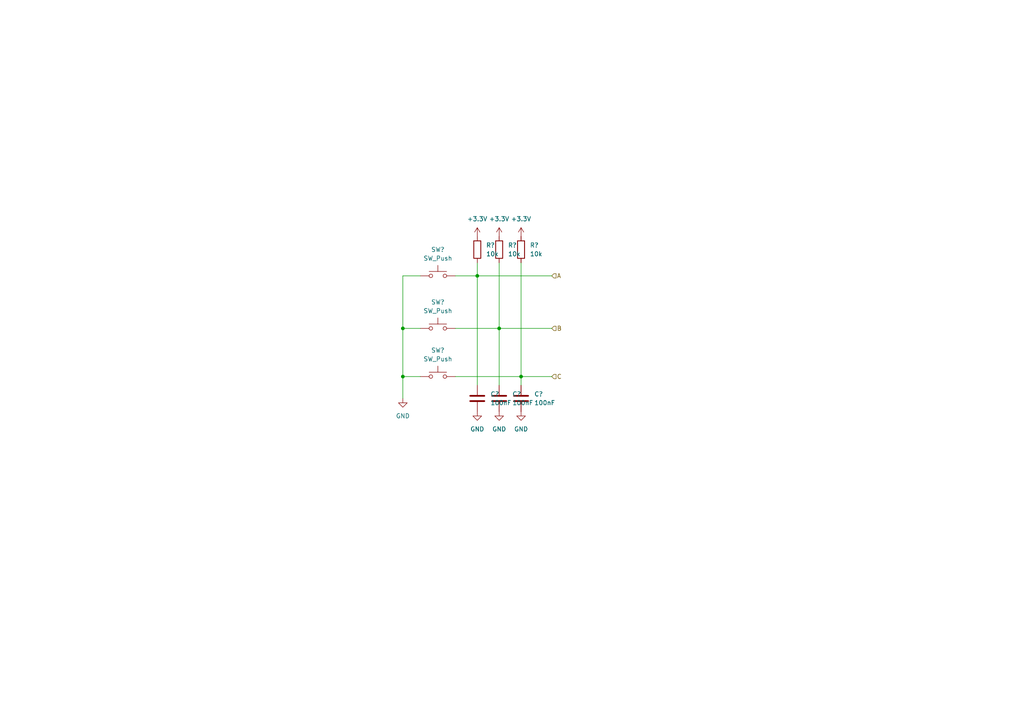
<source format=kicad_sch>
(kicad_sch (version 20230121) (generator eeschema)
  (paper "A4")
  (lib_symbols
    (symbol "Device:C" (pin_numbers hide) (pin_names (offset 0.254))
      (property "Reference" "C" (at 0.635 2.54 0))
      (property "Value" "C" (at 0.635 -2.54 0))
      (symbol "C_0_1"
        (polyline (pts (xy -2.032 -0.762) (xy 2.032 -0.762)) (stroke (width 0.508)))
        (polyline (pts (xy -2.032 0.762) (xy 2.032 0.762)) (stroke (width 0.508)))
      )
      (symbol "C_1_1"
        (pin passive line (at 0 3.81 270) (length 2.794) (name "~") (number "1"))
        (pin passive line (at 0 -3.81 90) (length 2.794) (name "~") (number "2"))
      )
    )
    (symbol "Device:R" (pin_numbers hide) (pin_names (offset 0))
      (property "Reference" "R" (at 2.032 0 90))
      (property "Value" "R" (at 0 0 90))
      (symbol "R_0_1"
        (rectangle (start -1.016 -2.54) (end 1.016 2.54) (stroke (width 0.254)))
      )
      (symbol "R_1_1"
        (pin passive line (at 0 3.81 270) (length 1.27) (name "~") (number "1"))
        (pin passive line (at 0 -3.81 90) (length 1.27) (name "~") (number "2"))
      )
    )
    (symbol "Switch:SW_Push" (pin_numbers hide) (pin_names (offset 1.016) hide)
      (property "Reference" "SW" (at 1.27 2.54 0))
      (property "Value" "SW_Push" (at 0 -1.524 0))
      (symbol "SW_Push_0_1"
        (circle (center -2.032 0) (radius 0.508))
        (polyline (pts (xy 0 1.27) (xy 0 3.048)))
        (polyline (pts (xy 2.54 1.27) (xy -2.54 1.27)))
        (circle (center 2.032 0) (radius 0.508))
        (pin passive line (at -5.08 0 0) (length 2.54) (name "1") (number "1"))
        (pin passive line (at 5.08 0 180) (length 2.54) (name "2") (number "2"))
      )
    )
    (symbol "power:+3.3V" (power) (pin_names (offset 0))
      (property "Value" "+3.3V" (at 0 3.556 0))
      (symbol "+3.3V_0_1"
        (polyline (pts (xy -0.762 1.27) (xy 0 2.54)))
        (polyline (pts (xy 0 0) (xy 0 2.54)))
        (polyline (pts (xy 0 2.54) (xy 0.762 1.27)))
      )
      (symbol "+3.3V_1_1"
        (pin power_in line (at 0 0 90) (length 0) hide (name "+3.3V") (number "1"))
      )
    )
    (symbol "power:GND" (power) (pin_names (offset 0))
      (property "Value" "GND" (at 0 -3.81 0))
      (symbol "GND_0_1"
        (polyline (pts (xy 0 0) (xy 0 -1.27) (xy 1.27 -1.27) (xy 0 -2.54) (xy -1.27 -1.27) (xy 0 -1.27)))
      )
      (symbol "GND_1_1"
        (pin power_in line (at 0 0 270) (length 0) hide (name "GND") (number "1"))
      )
    )
  )
  (junction (at 116.84 95.25))
  (junction (at 144.78 95.25))
  (junction (at 138.43 80.01))
  (junction (at 116.84 109.22))
  (junction (at 151.13 109.22))
  (wire (pts (xy 138.43 80.01) (xy 138.43 111.76)))
  (wire (pts (xy 151.13 76.2) (xy 151.13 109.22)))
  (wire (pts (xy 121.92 80.01) (xy 116.84 80.01)))
  (wire (pts (xy 116.84 95.25) (xy 121.92 95.25)))
  (wire (pts (xy 116.84 109.22) (xy 121.92 109.22)))
  (wire (pts (xy 151.13 109.22) (xy 160.02 109.22)))
  (wire (pts (xy 132.08 95.25) (xy 144.78 95.25)))
  (wire (pts (xy 144.78 95.25) (xy 160.02 95.25)))
  (wire (pts (xy 151.13 109.22) (xy 132.08 109.22)))
  (wire (pts (xy 138.43 80.01) (xy 132.08 80.01)))
  (wire (pts (xy 116.84 95.25) (xy 116.84 109.22)))
  (wire (pts (xy 144.78 95.25) (xy 144.78 76.2)))
  (wire (pts (xy 151.13 109.22) (xy 151.13 111.76)))
  (wire (pts (xy 138.43 80.01) (xy 160.02 80.01)))
  (wire (pts (xy 144.78 95.25) (xy 144.78 111.76)))
  (wire (pts (xy 138.43 76.2) (xy 138.43 80.01)))
  (wire (pts (xy 116.84 109.22) (xy 116.84 115.57)))
  (wire (pts (xy 116.84 80.01) (xy 116.84 95.25)))
  (hierarchical_label "C" (shape input) (at 160.02 109.22 0))
  (hierarchical_label "A" (shape input) (at 160.02 80.01 0))
  (hierarchical_label "B" (shape input) (at 160.02 95.25 0))
  (symbol (lib_id "power:GND") (at 138.43 119.38 0) (unit 1)
    (property "Reference" "#PWR?" (effects hide))
    (property "Value" "GND" (at 138.43 124.46 0))
    (instances (project "ESP32_RGB_MATRIX" (path "" (reference "#PWR?") (unit 1)) (path "" (reference "#PWR069") (unit 1))))
  )
  (symbol (lib_id "power:+3.3V") (at 151.13 68.58 0) (unit 1)
    (property "Reference" "#PWR?" (effects hide))
    (property "Value" "+3.3V" (at 151.13 63.5 0))
    (instances (project "ESP32_RGB_MATRIX" (path "" (reference "#PWR?") (unit 1)) (path "" (reference "#PWR072") (unit 1))))
  )
  (symbol (lib_id "Switch:SW_Push") (at 127 95.25 0) (unit 1)
    (property "Reference" "SW?" (at 127 87.63 0))
    (property "Value" "SW_Push" (at 127 90.17 0))
    (property "Footprint" "Button_Switch_THT:SW_PUSH_6mm" (effects hide))
    (instances (project "ESP32_RGB_MATRIX" (path "" (reference "SW?") (unit 1)) (path "" (reference "SW2") (unit 1))))
  )
  (symbol (lib_id "Device:R") (at 144.78 72.39 0) (unit 1)
    (property "Reference" "R?" (at 147.32 71.1199 0) (effects (justify left)))
    (property "Value" "10k" (at 147.32 73.6599 0) (effects (justify left)))
    (property "Footprint" "Resistor_SMD:R_0603_1608Metric" (effects hide))
    (instances (project "ESP32_RGB_MATRIX" (path "" (reference "R?") (unit 1)) (path "" (reference "R15") (unit 1))))
  )
  (symbol (lib_id "Device:R") (at 138.43 72.39 0) (unit 1)
    (property "Reference" "R?" (at 140.97 71.1199 0) (effects (justify left)))
    (property "Value" "10k" (at 140.97 73.6599 0) (effects (justify left)))
    (property "Footprint" "Resistor_SMD:R_0603_1608Metric" (effects hide))
    (instances (project "ESP32_RGB_MATRIX" (path "" (reference "R?") (unit 1)) (path "" (reference "R14") (unit 1))))
  )
  (symbol (lib_id "Switch:SW_Push") (at 127 109.22 0) (unit 1)
    (property "Reference" "SW?" (at 127 101.6 0))
    (property "Value" "SW_Push" (at 127 104.14 0))
    (property "Footprint" "Button_Switch_THT:SW_PUSH_6mm" (effects hide))
    (instances (project "ESP32_RGB_MATRIX" (path "" (reference "SW?") (unit 1)) (path "" (reference "SW3") (unit 1))))
  )
  (symbol (lib_id "power:+3.3V") (at 144.78 68.58 0) (unit 1)
    (property "Reference" "#PWR?" (effects hide))
    (property "Value" "+3.3V" (at 144.78 63.5 0))
    (instances (project "ESP32_RGB_MATRIX" (path "" (reference "#PWR?") (unit 1)) (path "" (reference "#PWR070") (unit 1))))
  )
  (symbol (lib_id "power:GND") (at 151.13 119.38 0) (unit 1)
    (property "Reference" "#PWR?" (effects hide))
    (property "Value" "GND" (at 151.13 124.46 0))
    (instances (project "ESP32_RGB_MATRIX" (path "" (reference "#PWR?") (unit 1)) (path "" (reference "#PWR073") (unit 1))))
  )
  (symbol (lib_id "Device:C") (at 144.78 115.57 0) (unit 1)
    (property "Reference" "C?" (at 148.59 114.2999 0) (effects (justify left)))
    (property "Value" "100nF" (at 148.59 116.8399 0) (effects (justify left)))
    (property "Footprint" "Capacitor_SMD:C_0603_1608Metric" (effects hide))
    (instances (project "ESP32_RGB_MATRIX" (path "" (reference "C?") (unit 1)) (path "" (reference "C13") (unit 1))))
  )
  (symbol (lib_id "Device:C") (at 138.43 115.57 0) (unit 1)
    (property "Reference" "C?" (at 142.24 114.2999 0) (effects (justify left)))
    (property "Value" "100nF" (at 142.24 116.8399 0) (effects (justify left)))
    (property "Footprint" "Capacitor_SMD:C_0603_1608Metric" (effects hide))
    (instances (project "ESP32_RGB_MATRIX" (path "" (reference "C?") (unit 1)) (path "" (reference "C12") (unit 1))))
  )
  (symbol (lib_id "Device:C") (at 151.13 115.57 0) (unit 1)
    (property "Reference" "C?" (at 154.94 114.2999 0) (effects (justify left)))
    (property "Value" "100nF" (at 154.94 116.8399 0) (effects (justify left)))
    (property "Footprint" "Capacitor_SMD:C_0603_1608Metric" (effects hide))
    (instances (project "ESP32_RGB_MATRIX" (path "" (reference "C?") (unit 1)) (path "" (reference "C14") (unit 1))))
  )
  (symbol (lib_id "Switch:SW_Push") (at 127 80.01 0) (unit 1)
    (property "Reference" "SW?" (at 127 72.39 0))
    (property "Value" "SW_Push" (at 127 74.93 0))
    (property "Footprint" "Button_Switch_THT:SW_PUSH_6mm" (effects hide))
    (instances (project "ESP32_RGB_MATRIX" (path "" (reference "SW?") (unit 1)) (path "" (reference "SW1") (unit 1))))
  )
  (symbol (lib_id "power:GND") (at 116.84 115.57 0) (unit 1)
    (property "Reference" "#PWR?" (effects hide))
    (property "Value" "GND" (at 116.84 120.65 0))
    (instances (project "ESP32_RGB_MATRIX" (path "" (reference "#PWR?") (unit 1)) (path "" (reference "#PWR067") (unit 1))))
  )
  (symbol (lib_id "power:+3.3V") (at 138.43 68.58 0) (unit 1)
    (property "Reference" "#PWR?" (effects hide))
    (property "Value" "+3.3V" (at 138.43 63.5 0))
    (instances (project "ESP32_RGB_MATRIX" (path "" (reference "#PWR?") (unit 1)) (path "" (reference "#PWR068") (unit 1))))
  )
  (symbol (lib_id "power:GND") (at 144.78 119.38 0) (unit 1)
    (property "Reference" "#PWR?" (effects hide))
    (property "Value" "GND" (at 144.78 124.46 0))
    (instances (project "ESP32_RGB_MATRIX" (path "" (reference "#PWR?") (unit 1)) (path "" (reference "#PWR071") (unit 1))))
  )
  (symbol (lib_id "Device:R") (at 151.13 72.39 0) (unit 1)
    (property "Reference" "R?" (at 153.67 71.1199 0) (effects (justify left)))
    (property "Value" "10k" (at 153.67 73.6599 0) (effects (justify left)))
    (property "Footprint" "Resistor_SMD:R_0603_1608Metric" (effects hide))
    (instances (project "ESP32_RGB_MATRIX" (path "" (reference "R?") (unit 1)) (path "" (reference "R16") (unit 1))))
  )
)
</source>
